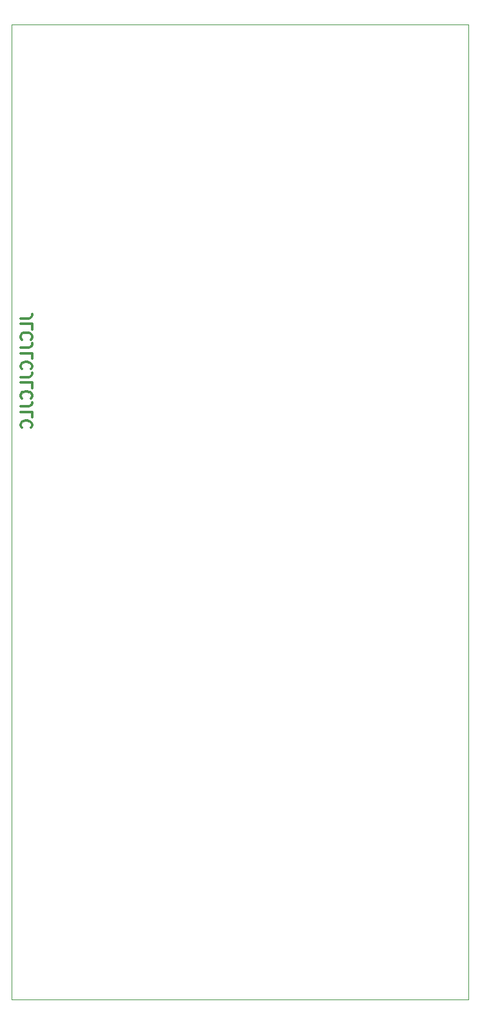
<source format=gbo>
G04 #@! TF.GenerationSoftware,KiCad,Pcbnew,(6.0.1)*
G04 #@! TF.CreationDate,2022-09-13T09:45:50+02:00*
G04 #@! TF.ProjectId,MS20-VCF,4d533230-2d56-4434-962e-6b696361645f,rev?*
G04 #@! TF.SameCoordinates,Original*
G04 #@! TF.FileFunction,Legend,Bot*
G04 #@! TF.FilePolarity,Positive*
%FSLAX46Y46*%
G04 Gerber Fmt 4.6, Leading zero omitted, Abs format (unit mm)*
G04 Created by KiCad (PCBNEW (6.0.1)) date 2022-09-13 09:45:50*
%MOMM*%
%LPD*%
G01*
G04 APERTURE LIST*
G04 #@! TA.AperFunction,Profile*
%ADD10C,0.050000*%
G04 #@! TD*
%ADD11C,0.300000*%
%ADD12C,0.100000*%
%ADD13O,6.700000X4.200000*%
G04 APERTURE END LIST*
D10*
X237000000Y-27500000D02*
X237000000Y-155500000D01*
X177000000Y-155500000D02*
X176999999Y-151000001D01*
X177000000Y-27500000D02*
X176999999Y-151000001D01*
X237000000Y-155500000D02*
X177000000Y-155500000D01*
X177000000Y-27500000D02*
X237000000Y-27500000D01*
D11*
X178178571Y-66071428D02*
X179250000Y-66071428D01*
X179464285Y-66000000D01*
X179607142Y-65857142D01*
X179678571Y-65642857D01*
X179678571Y-65500000D01*
X179678571Y-67500000D02*
X179678571Y-66785714D01*
X178178571Y-66785714D01*
X179535714Y-68857142D02*
X179607142Y-68785714D01*
X179678571Y-68571428D01*
X179678571Y-68428571D01*
X179607142Y-68214285D01*
X179464285Y-68071428D01*
X179321428Y-68000000D01*
X179035714Y-67928571D01*
X178821428Y-67928571D01*
X178535714Y-68000000D01*
X178392857Y-68071428D01*
X178250000Y-68214285D01*
X178178571Y-68428571D01*
X178178571Y-68571428D01*
X178250000Y-68785714D01*
X178321428Y-68857142D01*
X178178571Y-69928571D02*
X179250000Y-69928571D01*
X179464285Y-69857142D01*
X179607142Y-69714285D01*
X179678571Y-69500000D01*
X179678571Y-69357142D01*
X179678571Y-71357142D02*
X179678571Y-70642857D01*
X178178571Y-70642857D01*
X179535714Y-72714285D02*
X179607142Y-72642857D01*
X179678571Y-72428571D01*
X179678571Y-72285714D01*
X179607142Y-72071428D01*
X179464285Y-71928571D01*
X179321428Y-71857142D01*
X179035714Y-71785714D01*
X178821428Y-71785714D01*
X178535714Y-71857142D01*
X178392857Y-71928571D01*
X178250000Y-72071428D01*
X178178571Y-72285714D01*
X178178571Y-72428571D01*
X178250000Y-72642857D01*
X178321428Y-72714285D01*
X178178571Y-73785714D02*
X179250000Y-73785714D01*
X179464285Y-73714285D01*
X179607142Y-73571428D01*
X179678571Y-73357142D01*
X179678571Y-73214285D01*
X179678571Y-75214285D02*
X179678571Y-74500000D01*
X178178571Y-74500000D01*
X179535714Y-76571428D02*
X179607142Y-76500000D01*
X179678571Y-76285714D01*
X179678571Y-76142857D01*
X179607142Y-75928571D01*
X179464285Y-75785714D01*
X179321428Y-75714285D01*
X179035714Y-75642857D01*
X178821428Y-75642857D01*
X178535714Y-75714285D01*
X178392857Y-75785714D01*
X178250000Y-75928571D01*
X178178571Y-76142857D01*
X178178571Y-76285714D01*
X178250000Y-76500000D01*
X178321428Y-76571428D01*
X178178571Y-77642857D02*
X179250000Y-77642857D01*
X179464285Y-77571428D01*
X179607142Y-77428571D01*
X179678571Y-77214285D01*
X179678571Y-77071428D01*
X179678571Y-79071428D02*
X179678571Y-78357142D01*
X178178571Y-78357142D01*
X179535714Y-80428571D02*
X179607142Y-80357142D01*
X179678571Y-80142857D01*
X179678571Y-80000000D01*
X179607142Y-79785714D01*
X179464285Y-79642857D01*
X179321428Y-79571428D01*
X179035714Y-79500000D01*
X178821428Y-79500000D01*
X178535714Y-79571428D01*
X178392857Y-79642857D01*
X178250000Y-79785714D01*
X178178571Y-80000000D01*
X178178571Y-80142857D01*
X178250000Y-80357142D01*
X178321428Y-80428571D01*
%LPC*%
D12*
X226500000Y-84000000D02*
X231500000Y-84000000D01*
X231500000Y-84000000D02*
X231500000Y-89000000D01*
X231500000Y-89000000D02*
X226500000Y-89000000D01*
X226500000Y-89000000D02*
X226500000Y-84000000D01*
G36*
X231500000Y-89000000D02*
G01*
X226500000Y-89000000D01*
X226500000Y-84000000D01*
X231500000Y-84000000D01*
X231500000Y-89000000D01*
G37*
X231500000Y-89000000D02*
X226500000Y-89000000D01*
X226500000Y-84000000D01*
X231500000Y-84000000D01*
X231500000Y-89000000D01*
D13*
X186000000Y-30500000D03*
X228000000Y-30500000D03*
X228000000Y-152500000D03*
X186000000Y-152500000D03*
M02*

</source>
